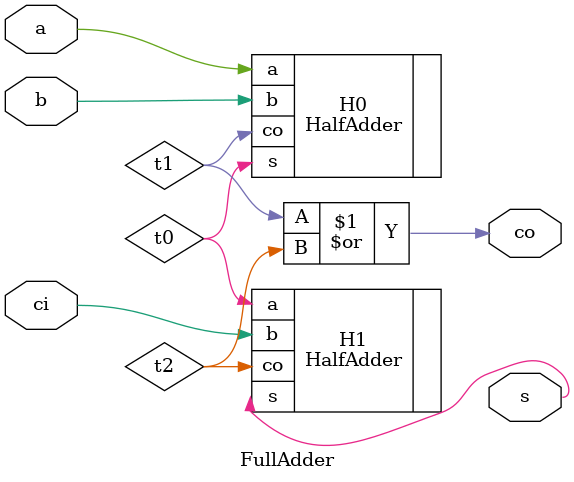
<source format=v>
`timescale 1ns / 1ps
module FullAdder(
    output co,
    output s,
    input a,
    input b,
    input ci
    );

wire t0,t1,t2;

HalfAdder H0(.s(t0),.co(t1),.a(a),.b(b));
HalfAdder H1(.s(s),.co(t2),.a(t0),.b(ci));

assign co=t1|t2;

endmodule

</source>
